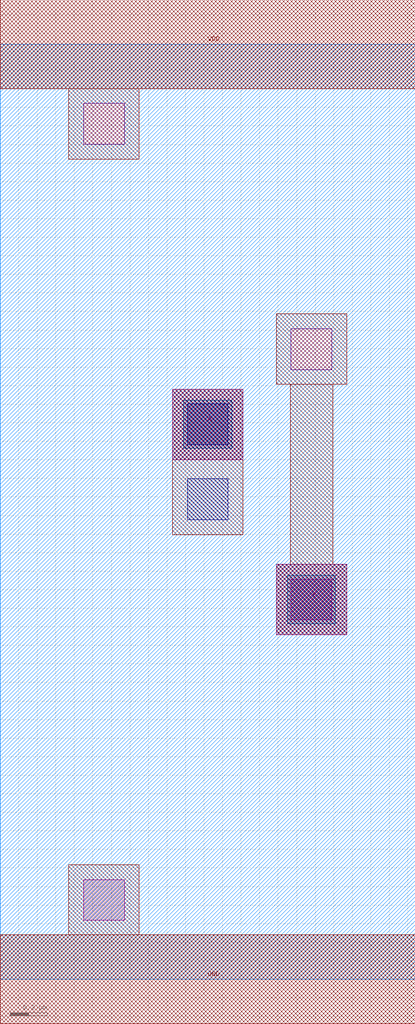
<source format=lef>
# LEF file generated by lefgen from LibreSilicon version 0.1
#

VERSION 5.4 ;
NAMESCASESENSITIVE ON ;
BUSBITCHARS "[]" ;
DIVIDERCHAR "/" ;
UNITS
  DATABASE MICRONS 1000 ;
END UNITS

USEMINSPACING OBS ON ;
USEMINSPACING PIN OFF ;
CLEARANCEMEASURE EUCLIDEAN ;


MANUFACTURINGGRID 0.005 ;

LAYER nwell
  TYPE	MASTERSLICE ;
END nwell

LAYER nactive
  TYPE	MASTERSLICE ;
END nactive

LAYER pactive
  TYPE	MASTERSLICE ;
END pactive

LAYER poly
  TYPE	MASTERSLICE ;
END poly

LAYER cc
  TYPE	CUT ;
  SPACING	0.9 ;
END cc

LAYER metal1
  TYPE		ROUTING ;
  DIRECTION	HORIZONTAL ;
  PITCH		3  ;
  OFFSET	1.5 ;
  WIDTH		0.9 ;
  SPACING	0.9 ;
  RESISTANCE	RPERSQ 0.09 ;
  CAPACITANCE	CPERSQDIST 3.2e-05 ;
END metal1

LAYER via
  TYPE	CUT ;
  SPACING	0.9 ;
END via

LAYER metal2
  TYPE		ROUTING ;
  DIRECTION	VERTICAL ;
  PITCH		2.4  ;
  OFFSET	1.2 ;
  WIDTH		0.9 ;
  SPACING	0.9 ;
  RESISTANCE	RPERSQ 0.09 ;
  CAPACITANCE	CPERSQDIST 1.6e-05 ;
END metal2

LAYER via2
  TYPE	CUT ;
  SPACING	0.9 ;
END via2

LAYER metal3
  TYPE		ROUTING ;
  DIRECTION	HORIZONTAL ;
  PITCH		3  ;
  OFFSET	1.5 ;
  WIDTH		1.5 ;
  SPACING	0.9 ;
  RESISTANCE	RPERSQ 0.05 ;
  CAPACITANCE	CPERSQDIST 1e-05 ;
END metal3

SPACING
  SAMENET cc  via	0.150 ;
  SAMENET via  via2	0.150 ;
END SPACING

VIA M2_M1 DEFAULT
  LAYER metal1 ;
    RECT -0.600 -0.600 0.600 0.600 ;
  LAYER via ;
    RECT -0.300 -0.300 0.300 0.300 ;
  LAYER metal2 ;
    RECT -0.600 -0.600 0.600 0.600 ;
END M2_M1

VIA M3_M2 DEFAULT
  LAYER metal2 ;
    RECT -0.600 -0.600 0.600 0.600 ;
  LAYER via2 ;
    RECT -0.300 -0.300 0.300 0.300 ;
  LAYER metal3 ;
    RECT -0.900 -0.900 0.900 0.900 ;
END M3_M2


VIARULE viagen21 GENERATE
  LAYER metal1 ;
    DIRECTION HORIZONTAL ;
    WIDTH 1.2 TO 120 ;
    OVERHANG 0.3 ;
    METALOVERHANG 0 ;
  LAYER metal2 ;
    DIRECTION VERTICAL ;
    WIDTH 1.2 TO 120 ;
    OVERHANG 0.3 ;
    METALOVERHANG 0 ;
  LAYER via ;
    RECT -0.3 -0.3 0.3 0.3 ;
    SPACING 1.5 BY 1.5 ;
END viagen21

VIARULE viagen32 GENERATE
  LAYER metal3 ;
    DIRECTION HORIZONTAL ;
    WIDTH 1.8 TO 180 ;
    OVERHANG 0.6 ;
    METALOVERHANG 0 ;
  LAYER metal2 ;
    DIRECTION VERTICAL ;
    WIDTH 1.2 TO 120 ;
    OVERHANG 0.6 ;
    METALOVERHANG 0 ;
  LAYER via2 ;
    RECT -0.3 -0.3 0.3 0.3 ;
    SPACING 2.1 BY 2.1 ;
END viagen32

VIARULE TURN1 GENERATE
  LAYER metal1 ;
    DIRECTION HORIZONTAL ;
  LAYER metal1 ;
    DIRECTION VERTICAL ;
END TURN1

VIARULE TURN2 GENERATE
  LAYER metal2 ;
    DIRECTION HORIZONTAL ;
  LAYER metal2 ;
    DIRECTION VERTICAL ;
END TURN2

VIARULE TURN3 GENERATE
  LAYER metal3 ;
    DIRECTION HORIZONTAL ;
  LAYER metal3 ;
    DIRECTION VERTICAL ;
END TURN3

SITE  corner
    CLASS	PAD ;
    SYMMETRY	R90 Y ;
    SIZE	300.000 BY 300.000 ;
END  corner

SITE  IO
    CLASS	PAD ;
    SYMMETRY	Y ;
    SIZE	90.000 BY 300.000 ;
END  IO

SITE  core
    CLASS	CORE ;
    SYMMETRY	Y ;
    SIZE	2.400 BY 30.000 ;
END  core

MACRO INV
 CLASS CORE ;
 FOREIGN INV 0 0 ;
 SIZE 2.24 BY 5.04 ;
 ORIGIN 0 0 ;
 SYMMETRY X Y R90 ;
 SITE unit ;
  PIN VDD
   DIRECTION INOUT ;
   USE POWER ;
   SHAPE ABUTMENT ;
    PORT
     CLASS CORE ;
       LAYER met1 ;
        RECT 0.00000000 4.80000000 2.24000000 5.28000000 ;
    END
  END VDD

  PIN GND
   DIRECTION INOUT ;
   USE POWER ;
   SHAPE ABUTMENT ;
    PORT
     CLASS CORE ;
       LAYER met1 ;
        RECT 0.00000000 -0.24000000 2.24000000 0.24000000 ;
    END
  END GND

  PIN Y
   DIRECTION INOUT ;
   USE SIGNAL ;
   SHAPE ABUTMENT ;
    PORT
     CLASS CORE ;
       LAYER met2 ;
        RECT 1.49000000 1.85700000 1.87000000 2.23700000 ;
    END
  END Y

  PIN A
   DIRECTION INOUT ;
   USE SIGNAL ;
   SHAPE ABUTMENT ;
    PORT
     CLASS CORE ;
       LAYER met2 ;
        RECT 0.93000000 2.80200000 1.31000000 3.18200000 ;
    END
  END A

 OBS
    LAYER polycont ;
     RECT 1.01000000 2.47700000 1.23000000 2.69700000 ;
     RECT 1.01000000 2.88200000 1.23000000 3.10200000 ;

    LAYER pdiffc ;
     RECT 1.57000000 3.28700000 1.79000000 3.50700000 ;
     RECT 0.45000000 4.50200000 0.67000000 4.72200000 ;

    LAYER ndiffc ;
     RECT 0.45000000 0.31700000 0.67000000 0.53700000 ;
     RECT 1.57000000 1.93700000 1.79000000 2.15700000 ;

    LAYER met1 ;
     RECT 0.00000000 -0.24000000 2.24000000 0.24000000 ;
     RECT 0.37000000 0.24000000 0.75000000 0.61700000 ;
     RECT 0.93000000 2.39700000 1.31000000 3.18200000 ;
     RECT 1.49000000 1.85700000 1.87000000 2.23700000 ;
     RECT 1.56500000 2.23700000 1.79500000 3.20700000 ;
     RECT 1.49000000 3.20700000 1.87000000 3.58700000 ;
     RECT 0.37000000 4.42200000 0.75000000 4.80000000 ;
     RECT 0.00000000 4.80000000 2.24000000 5.28000000 ;

    LAYER via1 ;
     RECT 1.55000000 1.91700000 1.81000000 2.17700000 ;
     RECT 0.99000000 2.86200000 1.25000000 3.12200000 ;

    LAYER met2 ;
     RECT 1.49000000 1.85700000 1.87000000 2.23700000 ;
     RECT 0.93000000 2.80200000 1.31000000 3.18200000 ;

 END
END INV


END LIBRARY

</source>
